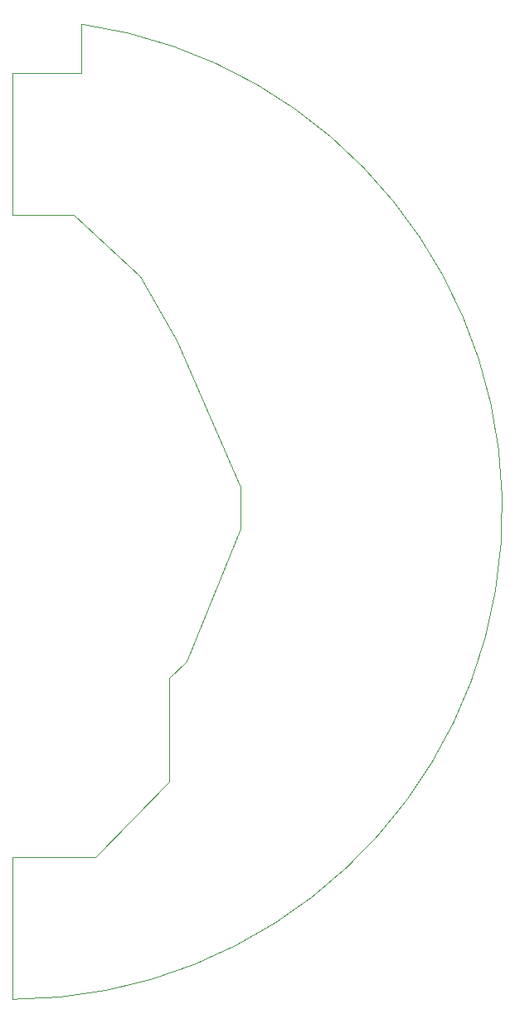
<source format=gbr>
G04 #@! TF.GenerationSoftware,KiCad,Pcbnew,5.1.10-88a1d61d58~88~ubuntu20.04.1*
G04 #@! TF.CreationDate,2021-06-07T13:22:34+01:00*
G04 #@! TF.ProjectId,wings,77696e67-732e-46b6-9963-61645f706362,rev?*
G04 #@! TF.SameCoordinates,Original*
G04 #@! TF.FileFunction,Profile,NP*
%FSLAX46Y46*%
G04 Gerber Fmt 4.6, Leading zero omitted, Abs format (unit mm)*
G04 Created by KiCad (PCBNEW 5.1.10-88a1d61d58~88~ubuntu20.04.1) date 2021-06-07 13:22:34*
%MOMM*%
%LPD*%
G01*
G04 APERTURE LIST*
G04 #@! TA.AperFunction,Profile*
%ADD10C,0.050000*%
G04 #@! TD*
G04 APERTURE END LIST*
D10*
X155500000Y-48000000D02*
X155501050Y-42992573D01*
X148500000Y-48000000D02*
X155500000Y-48000000D01*
X148500000Y-48250000D02*
X148500000Y-48000000D01*
X148500000Y-62500000D02*
X148500000Y-48250000D01*
X154750000Y-62500000D02*
X148500000Y-62500000D01*
X161500000Y-68750000D02*
X154750000Y-62500000D01*
X165250000Y-75250000D02*
X161500000Y-68750000D01*
X171750000Y-90250000D02*
X165250000Y-75250000D01*
X171750000Y-94500000D02*
X171750000Y-90250000D01*
X166250000Y-108000000D02*
X171750000Y-94500000D01*
X164500000Y-109750000D02*
X166250000Y-108000000D01*
X164500000Y-120250000D02*
X164500000Y-109750000D01*
X157000000Y-128000000D02*
X164500000Y-120250000D01*
X148500000Y-128000000D02*
X157000000Y-128000000D01*
X148500000Y-142500000D02*
X148500000Y-128000000D01*
X155501050Y-42992573D02*
G75*
G02*
X148500000Y-142500000I-7001050J-49507427D01*
G01*
M02*

</source>
